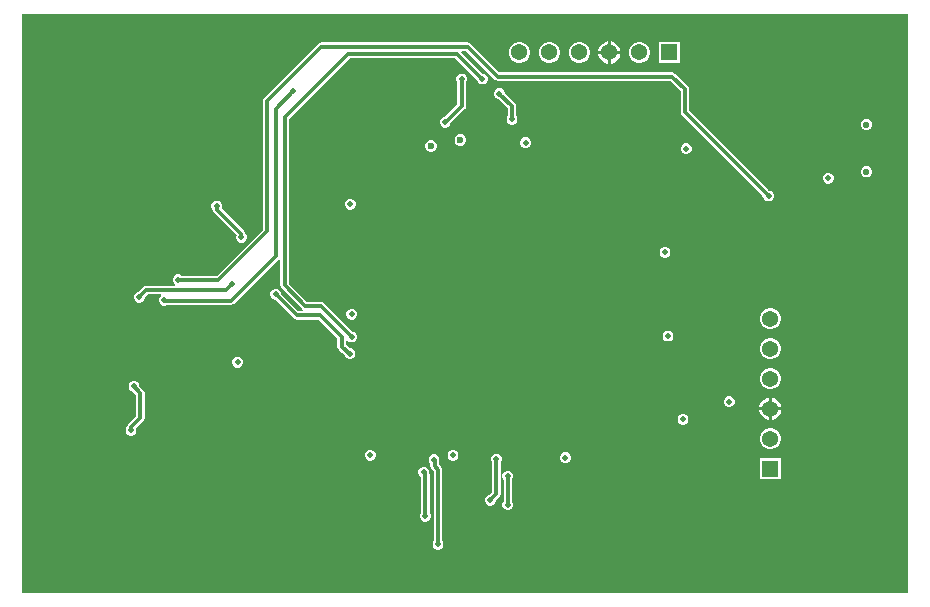
<source format=gbl>
G04*
G04 #@! TF.GenerationSoftware,Altium Limited,Altium Designer,21.8.1 (53)*
G04*
G04 Layer_Physical_Order=4*
G04 Layer_Color=16711680*
%FSLAX25Y25*%
%MOIN*%
G70*
G04*
G04 #@! TF.SameCoordinates,C3BC6F45-041D-44BD-81EA-7FCEF9ED4BC6*
G04*
G04*
G04 #@! TF.FilePolarity,Positive*
G04*
G01*
G75*
%ADD41C,0.01181*%
%ADD44C,0.02165*%
%ADD45C,0.05394*%
%ADD46R,0.05394X0.05394*%
%ADD47R,0.05394X0.05394*%
%ADD48C,0.01968*%
%ADD49C,0.02000*%
%ADD50C,0.02362*%
G36*
X295276Y0D02*
X0D01*
Y192913D01*
X295276D01*
Y0D01*
D02*
G37*
%LPC*%
G36*
X196224Y183706D02*
Y180513D01*
X199417D01*
X199169Y181439D01*
X198682Y182282D01*
X197994Y182971D01*
X197151Y183458D01*
X196224Y183706D01*
D02*
G37*
G36*
X195224D02*
X194297Y183458D01*
X193454Y182971D01*
X192765Y182282D01*
X192279Y181439D01*
X192030Y180513D01*
X195224D01*
Y183706D01*
D02*
G37*
G36*
X219220Y183509D02*
X212227D01*
Y176516D01*
X219220D01*
Y183509D01*
D02*
G37*
G36*
X206184D02*
X205263D01*
X204374Y183271D01*
X203576Y182811D01*
X202925Y182160D01*
X202465Y181362D01*
X202227Y180473D01*
Y179552D01*
X202465Y178663D01*
X202925Y177866D01*
X203576Y177214D01*
X204374Y176754D01*
X205263Y176516D01*
X206184D01*
X207073Y176754D01*
X207871Y177214D01*
X208522Y177866D01*
X208982Y178663D01*
X209221Y179552D01*
Y180473D01*
X208982Y181362D01*
X208522Y182160D01*
X207871Y182811D01*
X207073Y183271D01*
X206184Y183509D01*
D02*
G37*
G36*
X186184D02*
X185263D01*
X184374Y183271D01*
X183577Y182811D01*
X182925Y182160D01*
X182465Y181362D01*
X182227Y180473D01*
Y179552D01*
X182465Y178663D01*
X182925Y177866D01*
X183577Y177214D01*
X184374Y176754D01*
X185263Y176516D01*
X186184D01*
X187073Y176754D01*
X187871Y177214D01*
X188522Y177866D01*
X188982Y178663D01*
X189220Y179552D01*
Y180473D01*
X188982Y181362D01*
X188522Y182160D01*
X187871Y182811D01*
X187073Y183271D01*
X186184Y183509D01*
D02*
G37*
G36*
X176184D02*
X175263D01*
X174374Y183271D01*
X173576Y182811D01*
X172925Y182160D01*
X172465Y181362D01*
X172227Y180473D01*
Y179552D01*
X172465Y178663D01*
X172925Y177866D01*
X173576Y177214D01*
X174374Y176754D01*
X175263Y176516D01*
X176184D01*
X177073Y176754D01*
X177871Y177214D01*
X178522Y177866D01*
X178982Y178663D01*
X179220Y179552D01*
Y180473D01*
X178982Y181362D01*
X178522Y182160D01*
X177871Y182811D01*
X177073Y183271D01*
X176184Y183509D01*
D02*
G37*
G36*
X166184D02*
X165263D01*
X164374Y183271D01*
X163576Y182811D01*
X162926Y182160D01*
X162465Y181362D01*
X162227Y180473D01*
Y179552D01*
X162465Y178663D01*
X162926Y177866D01*
X163576Y177214D01*
X164374Y176754D01*
X165263Y176516D01*
X166184D01*
X167073Y176754D01*
X167871Y177214D01*
X168522Y177866D01*
X168982Y178663D01*
X169220Y179552D01*
Y180473D01*
X168982Y181362D01*
X168522Y182160D01*
X167871Y182811D01*
X167073Y183271D01*
X166184Y183509D01*
D02*
G37*
G36*
X199417Y179513D02*
X196224D01*
Y176319D01*
X197151Y176568D01*
X197994Y177054D01*
X198682Y177743D01*
X199169Y178586D01*
X199417Y179513D01*
D02*
G37*
G36*
X195224D02*
X192030D01*
X192279Y178586D01*
X192765Y177743D01*
X193454Y177054D01*
X194297Y176568D01*
X195224Y176319D01*
Y179513D01*
D02*
G37*
G36*
X159458Y168100D02*
X158742D01*
X158080Y167826D01*
X157574Y167320D01*
X157300Y166658D01*
Y165942D01*
X157574Y165280D01*
X158080Y164774D01*
X158742Y164500D01*
X158895D01*
X161882Y161513D01*
Y158928D01*
X161774Y158820D01*
X161500Y158158D01*
Y157442D01*
X161774Y156780D01*
X162280Y156274D01*
X162942Y156000D01*
X163658D01*
X164320Y156274D01*
X164826Y156780D01*
X165100Y157442D01*
Y158158D01*
X164826Y158820D01*
X164718Y158928D01*
Y162100D01*
X164610Y162643D01*
X164303Y163102D01*
X160900Y166505D01*
Y166658D01*
X160626Y167320D01*
X160120Y167826D01*
X159458Y168100D01*
D02*
G37*
G36*
X146869Y172954D02*
X146153D01*
X145491Y172680D01*
X144985Y172174D01*
X144711Y171512D01*
Y170796D01*
X144985Y170135D01*
X145093Y170027D01*
Y162687D01*
X141007Y158600D01*
X140642D01*
X139980Y158326D01*
X139474Y157820D01*
X139200Y157158D01*
Y156442D01*
X139474Y155780D01*
X139980Y155274D01*
X140642Y155000D01*
X141358D01*
X142020Y155274D01*
X142526Y155780D01*
X142758Y156342D01*
X147514Y161097D01*
X147821Y161557D01*
X147929Y162099D01*
Y170027D01*
X148037Y170135D01*
X148311Y170796D01*
Y171512D01*
X148037Y172174D01*
X147531Y172680D01*
X146869Y172954D01*
D02*
G37*
G36*
X281810Y157857D02*
X281061D01*
X280369Y157570D01*
X279839Y157041D01*
X279553Y156349D01*
Y155599D01*
X279839Y154908D01*
X280369Y154378D01*
X281061Y154091D01*
X281810D01*
X282502Y154378D01*
X283032Y154908D01*
X283318Y155599D01*
Y156349D01*
X283032Y157041D01*
X282502Y157570D01*
X281810Y157857D01*
D02*
G37*
G36*
X146494Y152781D02*
X145706D01*
X144978Y152480D01*
X144421Y151922D01*
X144119Y151194D01*
Y150406D01*
X144421Y149678D01*
X144978Y149120D01*
X145706Y148819D01*
X146494D01*
X147222Y149120D01*
X147780Y149678D01*
X148081Y150406D01*
Y151194D01*
X147780Y151922D01*
X147222Y152480D01*
X146494Y152781D01*
D02*
G37*
G36*
X168158Y151700D02*
X167442D01*
X166780Y151426D01*
X166274Y150920D01*
X166000Y150258D01*
Y149542D01*
X166274Y148880D01*
X166780Y148374D01*
X167442Y148100D01*
X168158D01*
X168820Y148374D01*
X169326Y148880D01*
X169600Y149542D01*
Y150258D01*
X169326Y150920D01*
X168820Y151426D01*
X168158Y151700D01*
D02*
G37*
G36*
X136694Y150781D02*
X135906D01*
X135178Y150479D01*
X134620Y149922D01*
X134319Y149194D01*
Y148406D01*
X134620Y147678D01*
X135178Y147120D01*
X135906Y146819D01*
X136694D01*
X137422Y147120D01*
X137979Y147678D01*
X138281Y148406D01*
Y149194D01*
X137979Y149922D01*
X137422Y150479D01*
X136694Y150781D01*
D02*
G37*
G36*
X221758Y149700D02*
X221042D01*
X220380Y149426D01*
X219874Y148920D01*
X219600Y148258D01*
Y147542D01*
X219874Y146880D01*
X220380Y146374D01*
X221042Y146100D01*
X221758D01*
X222420Y146374D01*
X222926Y146880D01*
X223200Y147542D01*
Y148258D01*
X222926Y148920D01*
X222420Y149426D01*
X221758Y149700D01*
D02*
G37*
G36*
X281810Y142109D02*
X281061D01*
X280369Y141822D01*
X279839Y141292D01*
X279553Y140601D01*
Y139851D01*
X279839Y139160D01*
X280369Y138630D01*
X281061Y138343D01*
X281810D01*
X282502Y138630D01*
X283032Y139160D01*
X283318Y139851D01*
Y140601D01*
X283032Y141292D01*
X282502Y141822D01*
X281810Y142109D01*
D02*
G37*
G36*
X269058Y139900D02*
X268342D01*
X267680Y139626D01*
X267174Y139120D01*
X266900Y138458D01*
Y137742D01*
X267174Y137080D01*
X267680Y136574D01*
X268342Y136300D01*
X269058D01*
X269720Y136574D01*
X270226Y137080D01*
X270500Y137742D01*
Y138458D01*
X270226Y139120D01*
X269720Y139626D01*
X269058Y139900D01*
D02*
G37*
G36*
X148461Y183418D02*
X99700D01*
X99157Y183310D01*
X98698Y183002D01*
X80548Y164853D01*
X80240Y164393D01*
X80133Y163850D01*
Y120938D01*
X64838Y105643D01*
X53151D01*
X53042Y105751D01*
X52381Y106025D01*
X51665D01*
X51003Y105751D01*
X50497Y105245D01*
X50223Y104583D01*
Y103867D01*
X50497Y103206D01*
X50985Y102718D01*
X50980Y102620D01*
X50859Y102218D01*
X41400D01*
X40857Y102110D01*
X40398Y101803D01*
X38795Y100200D01*
X38642D01*
X37980Y99926D01*
X37474Y99420D01*
X37200Y98758D01*
Y98042D01*
X37474Y97380D01*
X37980Y96874D01*
X38642Y96600D01*
X39358D01*
X40020Y96874D01*
X40526Y97380D01*
X40800Y98042D01*
Y98195D01*
X41987Y99382D01*
X46183D01*
X46312Y99085D01*
X46337Y98882D01*
X45874Y98420D01*
X45600Y97758D01*
Y97042D01*
X45874Y96380D01*
X46380Y95874D01*
X47042Y95600D01*
X47758D01*
X48420Y95874D01*
X48463Y95918D01*
X69739D01*
X70282Y96026D01*
X70742Y96333D01*
X85506Y111097D01*
X85538Y111145D01*
X86038Y110994D01*
Y102344D01*
X86146Y101802D01*
X86453Y101342D01*
X93431Y94364D01*
X93479Y94332D01*
X93327Y93832D01*
X92073D01*
X86300Y99605D01*
Y99758D01*
X86026Y100420D01*
X85520Y100926D01*
X84858Y101200D01*
X84142D01*
X83480Y100926D01*
X82974Y100420D01*
X82700Y99758D01*
Y99042D01*
X82974Y98380D01*
X83480Y97874D01*
X84142Y97600D01*
X84295D01*
X90483Y91412D01*
X90943Y91104D01*
X91486Y90996D01*
X98799D01*
X105082Y84713D01*
Y81900D01*
X105190Y81357D01*
X105498Y80897D01*
X106189Y80206D01*
X106649Y79898D01*
X106806Y79867D01*
X107548Y79125D01*
X107774Y78580D01*
X108280Y78074D01*
X108942Y77800D01*
X109658D01*
X110320Y78074D01*
X110826Y78580D01*
X111100Y79242D01*
Y79958D01*
X110826Y80620D01*
X110320Y81126D01*
X109658Y81400D01*
X109283D01*
X108473Y82211D01*
X108013Y82518D01*
X107918Y82537D01*
Y83983D01*
X108214Y84111D01*
X108418Y84137D01*
X108880Y83674D01*
X109542Y83400D01*
X110258D01*
X110920Y83674D01*
X111426Y84180D01*
X111700Y84842D01*
Y85558D01*
X111426Y86220D01*
X110920Y86726D01*
X110258Y87000D01*
X110105D01*
X100736Y96369D01*
X100276Y96677D01*
X99733Y96785D01*
X95020D01*
X88874Y102931D01*
Y157869D01*
X109187Y178182D01*
X144368D01*
X151601Y170949D01*
Y170796D01*
X151875Y170135D01*
X152381Y169628D01*
X153043Y169354D01*
X153759D01*
X154420Y169628D01*
X154927Y170135D01*
X155201Y170796D01*
Y171512D01*
X154927Y172174D01*
X154420Y172680D01*
X153759Y172954D01*
X153606D01*
X146440Y180120D01*
X146631Y180582D01*
X147873D01*
X157458Y170998D01*
X157918Y170690D01*
X158461Y170582D01*
X216013D01*
X219482Y167113D01*
Y160100D01*
X219590Y159557D01*
X219898Y159098D01*
X247000Y131995D01*
Y131842D01*
X247274Y131180D01*
X247780Y130674D01*
X248442Y130400D01*
X249158D01*
X249820Y130674D01*
X250326Y131180D01*
X250600Y131842D01*
Y132558D01*
X250326Y133220D01*
X249820Y133726D01*
X249158Y134000D01*
X249005D01*
X222318Y160687D01*
Y167700D01*
X222210Y168243D01*
X221902Y168702D01*
X217602Y173003D01*
X217143Y173310D01*
X216600Y173418D01*
X159048D01*
X149463Y183002D01*
X149003Y183310D01*
X148461Y183418D01*
D02*
G37*
G36*
X109758Y131200D02*
X109042D01*
X108380Y130926D01*
X107874Y130420D01*
X107600Y129758D01*
Y129042D01*
X107874Y128380D01*
X108380Y127874D01*
X109042Y127600D01*
X109758D01*
X110420Y127874D01*
X110926Y128380D01*
X111200Y129042D01*
Y129758D01*
X110926Y130420D01*
X110420Y130926D01*
X109758Y131200D01*
D02*
G37*
G36*
X65176Y130631D02*
X64460D01*
X63798Y130358D01*
X63292Y129851D01*
X63018Y129190D01*
Y128473D01*
X63292Y127812D01*
X63576Y127528D01*
X63665Y127083D01*
X63972Y126623D01*
X71457Y119138D01*
X71300Y118758D01*
Y118042D01*
X71574Y117380D01*
X72080Y116874D01*
X72742Y116600D01*
X73458D01*
X74120Y116874D01*
X74626Y117380D01*
X74900Y118042D01*
Y118758D01*
X74626Y119420D01*
X74354Y119691D01*
X74253Y120199D01*
X73946Y120659D01*
X66476Y128129D01*
X66618Y128473D01*
Y129190D01*
X66344Y129851D01*
X65838Y130358D01*
X65176Y130631D01*
D02*
G37*
G36*
X214658Y115200D02*
X213942D01*
X213280Y114926D01*
X212774Y114420D01*
X212500Y113758D01*
Y113042D01*
X212774Y112380D01*
X213280Y111874D01*
X213942Y111600D01*
X214658D01*
X215320Y111874D01*
X215826Y112380D01*
X216100Y113042D01*
Y113758D01*
X215826Y114420D01*
X215320Y114926D01*
X214658Y115200D01*
D02*
G37*
G36*
X110258Y94600D02*
X109542D01*
X108880Y94326D01*
X108374Y93820D01*
X108100Y93158D01*
Y92442D01*
X108374Y91780D01*
X108880Y91274D01*
X109542Y91000D01*
X110258D01*
X110920Y91274D01*
X111426Y91780D01*
X111700Y92442D01*
Y93158D01*
X111426Y93820D01*
X110920Y94326D01*
X110258Y94600D01*
D02*
G37*
G36*
X249860Y94797D02*
X248940D01*
X248050Y94559D01*
X247253Y94098D01*
X246602Y93447D01*
X246142Y92650D01*
X245903Y91760D01*
Y90840D01*
X246142Y89950D01*
X246602Y89153D01*
X247253Y88502D01*
X248050Y88042D01*
X248940Y87803D01*
X249860D01*
X250750Y88042D01*
X251547Y88502D01*
X252198Y89153D01*
X252659Y89950D01*
X252897Y90840D01*
Y91760D01*
X252659Y92650D01*
X252198Y93447D01*
X251547Y94098D01*
X250750Y94559D01*
X249860Y94797D01*
D02*
G37*
G36*
X215658Y87300D02*
X214942D01*
X214280Y87026D01*
X213774Y86520D01*
X213500Y85858D01*
Y85142D01*
X213774Y84480D01*
X214280Y83974D01*
X214942Y83700D01*
X215658D01*
X216320Y83974D01*
X216826Y84480D01*
X217100Y85142D01*
Y85858D01*
X216826Y86520D01*
X216320Y87026D01*
X215658Y87300D01*
D02*
G37*
G36*
X249860Y84797D02*
X248940D01*
X248050Y84558D01*
X247253Y84098D01*
X246602Y83447D01*
X246142Y82650D01*
X245903Y81760D01*
Y80840D01*
X246142Y79950D01*
X246602Y79153D01*
X247253Y78502D01*
X248050Y78041D01*
X248940Y77803D01*
X249860D01*
X250750Y78041D01*
X251547Y78502D01*
X252198Y79153D01*
X252659Y79950D01*
X252897Y80840D01*
Y81760D01*
X252659Y82650D01*
X252198Y83447D01*
X251547Y84098D01*
X250750Y84558D01*
X249860Y84797D01*
D02*
G37*
G36*
X72158Y78558D02*
X71442D01*
X70780Y78284D01*
X70274Y77778D01*
X70000Y77116D01*
Y76400D01*
X70274Y75739D01*
X70780Y75232D01*
X71442Y74958D01*
X72158D01*
X72820Y75232D01*
X73326Y75739D01*
X73600Y76400D01*
Y77116D01*
X73326Y77778D01*
X72820Y78284D01*
X72158Y78558D01*
D02*
G37*
G36*
X249860Y74797D02*
X248940D01*
X248050Y74559D01*
X247253Y74098D01*
X246602Y73447D01*
X246142Y72650D01*
X245903Y71760D01*
Y70840D01*
X246142Y69950D01*
X246602Y69153D01*
X247253Y68502D01*
X248050Y68041D01*
X248940Y67803D01*
X249860D01*
X250750Y68041D01*
X251547Y68502D01*
X252198Y69153D01*
X252659Y69950D01*
X252897Y70840D01*
Y71760D01*
X252659Y72650D01*
X252198Y73447D01*
X251547Y74098D01*
X250750Y74559D01*
X249860Y74797D01*
D02*
G37*
G36*
X249900Y64993D02*
Y61800D01*
X253093D01*
X252845Y62727D01*
X252358Y63570D01*
X251670Y64258D01*
X250827Y64745D01*
X249900Y64993D01*
D02*
G37*
G36*
X236058Y65400D02*
X235342D01*
X234680Y65126D01*
X234174Y64620D01*
X233900Y63958D01*
Y63242D01*
X234174Y62580D01*
X234680Y62074D01*
X235342Y61800D01*
X236058D01*
X236720Y62074D01*
X237226Y62580D01*
X237500Y63242D01*
Y63958D01*
X237226Y64620D01*
X236720Y65126D01*
X236058Y65400D01*
D02*
G37*
G36*
X248900Y64993D02*
X247973Y64745D01*
X247130Y64258D01*
X246442Y63570D01*
X245955Y62727D01*
X245707Y61800D01*
X248900D01*
Y64993D01*
D02*
G37*
G36*
X253093Y60800D02*
X249900D01*
Y57607D01*
X250827Y57855D01*
X251670Y58342D01*
X252358Y59030D01*
X252845Y59873D01*
X253093Y60800D01*
D02*
G37*
G36*
X248900D02*
X245707D01*
X245955Y59873D01*
X246442Y59030D01*
X247130Y58342D01*
X247973Y57855D01*
X248900Y57607D01*
Y60800D01*
D02*
G37*
G36*
X220658Y59600D02*
X219942D01*
X219280Y59326D01*
X218774Y58820D01*
X218500Y58158D01*
Y57442D01*
X218774Y56780D01*
X219280Y56274D01*
X219942Y56000D01*
X220658D01*
X221320Y56274D01*
X221826Y56780D01*
X222100Y57442D01*
Y58158D01*
X221826Y58820D01*
X221320Y59326D01*
X220658Y59600D01*
D02*
G37*
G36*
X37617Y70592D02*
X36901D01*
X36239Y70318D01*
X35733Y69812D01*
X35459Y69150D01*
Y68434D01*
X35733Y67773D01*
X36239Y67266D01*
X36901Y66992D01*
X36937D01*
X37982Y65947D01*
Y58725D01*
X35429Y56172D01*
X35122Y55712D01*
X35049Y55348D01*
X34749Y55048D01*
X34475Y54386D01*
Y53670D01*
X34749Y53009D01*
X35255Y52502D01*
X35917Y52228D01*
X36633D01*
X37294Y52502D01*
X37801Y53009D01*
X38075Y53670D01*
Y54386D01*
X37951Y54684D01*
X40402Y57135D01*
X40710Y57595D01*
X40818Y58138D01*
Y66534D01*
X40710Y67077D01*
X40402Y67537D01*
X39059Y68880D01*
Y69150D01*
X38785Y69812D01*
X38279Y70318D01*
X37617Y70592D01*
D02*
G37*
G36*
X249860Y54797D02*
X248940D01*
X248050Y54558D01*
X247253Y54098D01*
X246602Y53447D01*
X246142Y52650D01*
X245903Y51760D01*
Y50840D01*
X246142Y49950D01*
X246602Y49153D01*
X247253Y48502D01*
X248050Y48041D01*
X248940Y47803D01*
X249860D01*
X250750Y48041D01*
X251547Y48502D01*
X252198Y49153D01*
X252659Y49950D01*
X252897Y50840D01*
Y51760D01*
X252659Y52650D01*
X252198Y53447D01*
X251547Y54098D01*
X250750Y54558D01*
X249860Y54797D01*
D02*
G37*
G36*
X116358Y47600D02*
X115642D01*
X114980Y47326D01*
X114474Y46820D01*
X114200Y46158D01*
Y45442D01*
X114474Y44780D01*
X114980Y44274D01*
X115642Y44000D01*
X116358D01*
X117020Y44274D01*
X117526Y44780D01*
X117800Y45442D01*
Y46158D01*
X117526Y46820D01*
X117020Y47326D01*
X116358Y47600D01*
D02*
G37*
G36*
X143958Y47500D02*
X143242D01*
X142580Y47226D01*
X142074Y46720D01*
X141800Y46058D01*
Y45342D01*
X142074Y44680D01*
X142580Y44174D01*
X143242Y43900D01*
X143958D01*
X144620Y44174D01*
X145126Y44680D01*
X145400Y45342D01*
Y46058D01*
X145126Y46720D01*
X144620Y47226D01*
X143958Y47500D01*
D02*
G37*
G36*
X181458Y46700D02*
X180742D01*
X180080Y46426D01*
X179574Y45920D01*
X179300Y45258D01*
Y44542D01*
X179574Y43880D01*
X180080Y43374D01*
X180742Y43100D01*
X181458D01*
X182120Y43374D01*
X182626Y43880D01*
X182900Y44542D01*
Y45258D01*
X182626Y45920D01*
X182120Y46426D01*
X181458Y46700D01*
D02*
G37*
G36*
X252897Y44797D02*
X245903D01*
Y37803D01*
X252897D01*
Y44797D01*
D02*
G37*
G36*
X158458Y46200D02*
X157742D01*
X157080Y45926D01*
X156574Y45420D01*
X156300Y44758D01*
Y44042D01*
X156574Y43380D01*
X156682Y43272D01*
Y33420D01*
X155762Y32500D01*
X155642D01*
X154980Y32226D01*
X154474Y31720D01*
X154200Y31058D01*
Y30342D01*
X154474Y29680D01*
X154980Y29174D01*
X155642Y28900D01*
X156358D01*
X157020Y29174D01*
X157526Y29680D01*
X157800Y30342D01*
Y30528D01*
X159102Y31830D01*
X159410Y32291D01*
X159518Y32833D01*
Y43272D01*
X159626Y43380D01*
X159900Y44042D01*
Y44758D01*
X159626Y45420D01*
X159120Y45926D01*
X158458Y46200D01*
D02*
G37*
G36*
X162258Y40600D02*
X161542D01*
X160880Y40326D01*
X160374Y39820D01*
X160100Y39158D01*
Y38442D01*
X160374Y37780D01*
X160482Y37672D01*
Y30428D01*
X160374Y30320D01*
X160100Y29658D01*
Y28942D01*
X160374Y28280D01*
X160880Y27774D01*
X161542Y27500D01*
X162258D01*
X162920Y27774D01*
X163426Y28280D01*
X163700Y28942D01*
Y29658D01*
X163426Y30320D01*
X163318Y30428D01*
Y37672D01*
X163426Y37780D01*
X163700Y38442D01*
Y39158D01*
X163426Y39820D01*
X162920Y40326D01*
X162258Y40600D01*
D02*
G37*
G36*
X134188Y41935D02*
X133472D01*
X132810Y41661D01*
X132304Y41155D01*
X132030Y40493D01*
Y39777D01*
X132304Y39115D01*
X132810Y38609D01*
X132982Y38538D01*
Y26528D01*
X132874Y26420D01*
X132600Y25758D01*
Y25042D01*
X132874Y24380D01*
X133380Y23874D01*
X134042Y23600D01*
X134758D01*
X135420Y23874D01*
X135926Y24380D01*
X136200Y25042D01*
Y25758D01*
X135926Y26420D01*
X135818Y26528D01*
Y39343D01*
X135710Y39886D01*
X135630Y40006D01*
Y40493D01*
X135356Y41155D01*
X134849Y41661D01*
X134188Y41935D01*
D02*
G37*
G36*
X137658Y46100D02*
X136942D01*
X136280Y45826D01*
X135774Y45320D01*
X135500Y44658D01*
Y43942D01*
X135774Y43280D01*
X136039Y43016D01*
Y42118D01*
X136147Y41576D01*
X136454Y41116D01*
X137219Y40350D01*
Y17255D01*
X137111Y17146D01*
X136837Y16485D01*
Y15769D01*
X137111Y15107D01*
X137617Y14601D01*
X138279Y14327D01*
X138995D01*
X139657Y14601D01*
X140163Y15107D01*
X140437Y15769D01*
Y16485D01*
X140163Y17146D01*
X140055Y17255D01*
Y40938D01*
X139947Y41480D01*
X139639Y41940D01*
X138874Y42705D01*
Y43398D01*
X139100Y43942D01*
Y44658D01*
X138826Y45320D01*
X138320Y45826D01*
X137658Y46100D01*
D02*
G37*
%LPD*%
D41*
X99386Y92414D02*
X106500Y85300D01*
X91486Y92414D02*
X99386D01*
X106500Y81900D02*
Y85300D01*
X107470Y81208D02*
X109078Y79600D01*
X106500Y81900D02*
X107192Y81208D01*
X107470D01*
X109078Y79600D02*
X109300D01*
X158100Y32833D02*
Y44400D01*
X156000Y30700D02*
Y30733D01*
X158100Y32833D01*
X161900Y29300D02*
Y38800D01*
X220900Y160100D02*
Y167700D01*
Y160100D02*
X248800Y132200D01*
X216600Y172000D02*
X220900Y167700D01*
X158461Y172000D02*
X216600D01*
X72943Y118557D02*
Y119657D01*
X64818Y128832D02*
X64975Y128675D01*
Y127625D02*
Y128675D01*
Y127625D02*
X72943Y119657D01*
Y118557D02*
X73100Y118400D01*
X41400Y100800D02*
X67800D01*
X69800Y102800D01*
X84500Y99400D02*
X91486Y92414D01*
X87456Y102344D02*
Y158456D01*
Y102344D02*
X94433Y95367D01*
X99733D01*
X109900Y85200D01*
X39000Y98400D02*
X41400Y100800D01*
X108600Y179600D02*
X144955D01*
X87456Y158456D02*
X108600Y179600D01*
X144955D02*
X153401Y171154D01*
X159100Y166300D02*
X163300Y162100D01*
Y157800D02*
Y162100D01*
X148461Y182000D02*
X158461Y172000D01*
X99700Y182000D02*
X148461D01*
X81550Y163850D02*
X99700Y182000D01*
X137300Y44300D02*
X137457Y44143D01*
Y42118D02*
Y44143D01*
X138637Y16627D02*
Y40938D01*
X137457Y42118D02*
X138637Y40938D01*
X134400Y25400D02*
Y39343D01*
X133830Y39913D02*
X134400Y39343D01*
X141212Y156800D02*
X146511Y162099D01*
X141000Y156800D02*
X141212D01*
X146511Y162099D02*
Y171154D01*
X37259Y68675D02*
X39400Y66534D01*
X36432Y55169D02*
X39400Y58138D01*
Y66534D01*
X37259Y68675D02*
Y68792D01*
X36275Y54028D02*
X36432Y54185D01*
Y55169D01*
X133830Y39913D02*
Y40135D01*
X52023Y104225D02*
X65425D01*
X81550Y120350D01*
X69739Y97335D02*
X84503Y112099D01*
X47465Y97335D02*
X69739D01*
X81550Y120350D02*
Y163850D01*
X84503Y112099D02*
Y161312D01*
X90409Y167217D01*
X47400Y97400D02*
X47465Y97335D01*
D44*
X281435Y155974D02*
D03*
Y140226D02*
D03*
D45*
X195724Y180013D02*
D03*
X249400Y61300D02*
D03*
Y91300D02*
D03*
Y81300D02*
D03*
Y71300D02*
D03*
Y51300D02*
D03*
X205724Y180013D02*
D03*
X185724D02*
D03*
X175724D02*
D03*
X165724D02*
D03*
D46*
X249400Y41300D02*
D03*
D47*
X215724Y180013D02*
D03*
D48*
X284626Y173071D02*
D03*
X277126Y158071D02*
D03*
Y128071D02*
D03*
X284626Y113071D02*
D03*
X277126Y98071D02*
D03*
X284626Y53071D02*
D03*
Y23071D02*
D03*
X277126Y8071D02*
D03*
X269626Y173071D02*
D03*
X262126Y158071D02*
D03*
X269626Y143071D02*
D03*
X262126Y128071D02*
D03*
X269626Y113071D02*
D03*
X262126Y98071D02*
D03*
X269626Y83071D02*
D03*
X262126Y38071D02*
D03*
X269626Y23071D02*
D03*
X262126Y8071D02*
D03*
X254626Y173071D02*
D03*
X247126Y158071D02*
D03*
X254626Y143071D02*
D03*
X247126Y128071D02*
D03*
X254626Y113071D02*
D03*
X247126Y98071D02*
D03*
X254626Y23071D02*
D03*
X247126Y8071D02*
D03*
X239626Y173071D02*
D03*
X232126Y158071D02*
D03*
X239626Y113071D02*
D03*
Y83071D02*
D03*
X232126Y68071D02*
D03*
Y38071D02*
D03*
X239626Y23071D02*
D03*
X232126Y8071D02*
D03*
X224626Y113071D02*
D03*
Y83071D02*
D03*
Y23071D02*
D03*
X217126Y8071D02*
D03*
X209626Y143071D02*
D03*
Y113071D02*
D03*
X202126Y8071D02*
D03*
X187126Y128071D02*
D03*
X194626Y113071D02*
D03*
X187126Y98071D02*
D03*
X194626Y83071D02*
D03*
X187126Y68071D02*
D03*
Y8071D02*
D03*
X172126Y128071D02*
D03*
X179626Y113071D02*
D03*
X172126Y98071D02*
D03*
X179626Y83071D02*
D03*
X172126Y68071D02*
D03*
Y8071D02*
D03*
X157126Y128071D02*
D03*
X164626Y113071D02*
D03*
X157126Y98071D02*
D03*
X164626Y83071D02*
D03*
X157126Y68071D02*
D03*
Y8071D02*
D03*
X142126Y128071D02*
D03*
X149626Y113071D02*
D03*
X142126Y98071D02*
D03*
X149626Y83071D02*
D03*
X142126Y68071D02*
D03*
X127126Y158071D02*
D03*
Y128071D02*
D03*
X134626Y113071D02*
D03*
X127126Y98071D02*
D03*
X134626Y83071D02*
D03*
X127126Y68071D02*
D03*
Y8071D02*
D03*
X112126Y158071D02*
D03*
X119626Y143071D02*
D03*
Y53071D02*
D03*
X112126Y8071D02*
D03*
X97126Y158071D02*
D03*
Y128071D02*
D03*
X104626Y113071D02*
D03*
X97126Y98071D02*
D03*
Y38071D02*
D03*
X104626Y23071D02*
D03*
X97126Y8071D02*
D03*
X89626Y53071D02*
D03*
X82126Y38071D02*
D03*
Y8071D02*
D03*
X74626Y173071D02*
D03*
Y143071D02*
D03*
X67126Y38071D02*
D03*
Y8071D02*
D03*
X59626Y173071D02*
D03*
Y143071D02*
D03*
X52126Y128071D02*
D03*
X59626Y113071D02*
D03*
Y53071D02*
D03*
Y23071D02*
D03*
X52126Y8071D02*
D03*
X44626Y173071D02*
D03*
X37126Y158071D02*
D03*
X44626Y113071D02*
D03*
X37126Y8071D02*
D03*
X29626Y173071D02*
D03*
X22126Y158071D02*
D03*
X29626Y143071D02*
D03*
Y53071D02*
D03*
X22126Y38071D02*
D03*
X29626Y23071D02*
D03*
X22126Y8071D02*
D03*
X14626Y173071D02*
D03*
X7126Y158071D02*
D03*
Y128071D02*
D03*
X14626Y113071D02*
D03*
X7126Y98071D02*
D03*
X14626Y83071D02*
D03*
X7126Y68071D02*
D03*
Y38071D02*
D03*
X14626Y23071D02*
D03*
X7126Y8071D02*
D03*
D49*
X109400Y72200D02*
D03*
X109300Y79600D02*
D03*
X56900Y90600D02*
D03*
X156000Y30700D02*
D03*
X161900Y29300D02*
D03*
X215300Y85500D02*
D03*
X200906Y32994D02*
D03*
X236600Y72300D02*
D03*
X268700Y138100D02*
D03*
X248800Y132200D02*
D03*
X242700Y125300D02*
D03*
X221400Y139700D02*
D03*
X227600Y108700D02*
D03*
X227000Y74500D02*
D03*
X235700Y63600D02*
D03*
X220300Y57800D02*
D03*
X213440Y47139D02*
D03*
X121700Y154300D02*
D03*
X168197Y39941D02*
D03*
X120921Y39658D02*
D03*
X15606Y43202D02*
D03*
X148895Y156737D02*
D03*
X45133Y69776D02*
D03*
X34306Y60918D02*
D03*
X285896Y100936D02*
D03*
X256956Y133177D02*
D03*
X285896Y33023D02*
D03*
X112195Y173953D02*
D03*
X64818Y146548D02*
D03*
X44149Y148516D02*
D03*
X15192Y151047D02*
D03*
X69739Y22532D02*
D03*
X193700Y32500D02*
D03*
X240875Y108932D02*
D03*
X194000Y166500D02*
D03*
X109300Y53500D02*
D03*
X209500Y166700D02*
D03*
X259600Y66400D02*
D03*
X109300Y8400D02*
D03*
X91200Y21100D02*
D03*
X69400Y53100D02*
D03*
X143500Y38100D02*
D03*
X181600Y155500D02*
D03*
X133700Y174800D02*
D03*
X106000Y141100D02*
D03*
X151300Y11900D02*
D03*
X100600Y51000D02*
D03*
X92900Y49600D02*
D03*
X63000Y37200D02*
D03*
X86900Y55200D02*
D03*
X98200Y101700D02*
D03*
X103000Y108000D02*
D03*
X98600Y122000D02*
D03*
X77400Y97300D02*
D03*
X48700Y127800D02*
D03*
X74600Y148700D02*
D03*
X54900Y148000D02*
D03*
X76400Y124600D02*
D03*
X55800Y124900D02*
D03*
X73100Y118400D02*
D03*
X69800Y102800D02*
D03*
X84500Y99400D02*
D03*
X109900Y85200D02*
D03*
Y92800D02*
D03*
X39000Y98400D02*
D03*
X163300Y157800D02*
D03*
X167800Y149900D02*
D03*
X137300Y44300D02*
D03*
X143600Y45700D02*
D03*
X158100Y44400D02*
D03*
X161900Y38800D02*
D03*
X134400Y25400D02*
D03*
X181100Y44900D02*
D03*
X141000Y156800D02*
D03*
X159100Y166300D02*
D03*
X214300Y113400D02*
D03*
X109400Y129400D02*
D03*
X138637Y16127D02*
D03*
X221400Y147900D02*
D03*
X37259Y68792D02*
D03*
X52023Y104225D02*
D03*
X64818Y128832D02*
D03*
X71800Y76758D02*
D03*
X47400Y97400D02*
D03*
X90409Y167217D02*
D03*
X146511Y171154D02*
D03*
X153401D02*
D03*
X133830Y40135D02*
D03*
X36275Y54028D02*
D03*
X116000Y45800D02*
D03*
D50*
X146100Y150800D02*
D03*
X136300Y148800D02*
D03*
M02*

</source>
